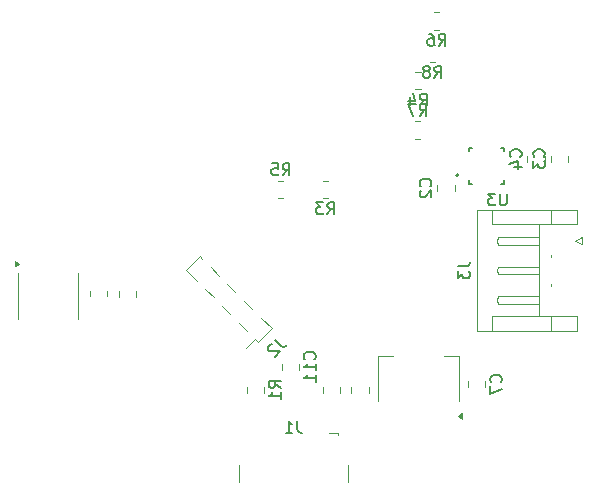
<source format=gbr>
%TF.GenerationSoftware,KiCad,Pcbnew,8.99.0-3406-g49ffbf5b50*%
%TF.CreationDate,2025-01-20T10:30:06+05:30*%
%TF.ProjectId,knob,6b6e6f62-2e6b-4696-9361-645f70636258,rev?*%
%TF.SameCoordinates,Original*%
%TF.FileFunction,Legend,Bot*%
%TF.FilePolarity,Positive*%
%FSLAX46Y46*%
G04 Gerber Fmt 4.6, Leading zero omitted, Abs format (unit mm)*
G04 Created by KiCad (PCBNEW 8.99.0-3406-g49ffbf5b50) date 2025-01-20 10:30:06*
%MOMM*%
%LPD*%
G01*
G04 APERTURE LIST*
%ADD10C,0.150000*%
%ADD11C,0.120000*%
%ADD12C,0.127000*%
%ADD13C,0.200000*%
G04 APERTURE END LIST*
D10*
X102866666Y-98024819D02*
X103199999Y-97548628D01*
X103438094Y-98024819D02*
X103438094Y-97024819D01*
X103438094Y-97024819D02*
X103057142Y-97024819D01*
X103057142Y-97024819D02*
X102961904Y-97072438D01*
X102961904Y-97072438D02*
X102914285Y-97120057D01*
X102914285Y-97120057D02*
X102866666Y-97215295D01*
X102866666Y-97215295D02*
X102866666Y-97358152D01*
X102866666Y-97358152D02*
X102914285Y-97453390D01*
X102914285Y-97453390D02*
X102961904Y-97501009D01*
X102961904Y-97501009D02*
X103057142Y-97548628D01*
X103057142Y-97548628D02*
X103438094Y-97548628D01*
X102533332Y-97024819D02*
X101914285Y-97024819D01*
X101914285Y-97024819D02*
X102247618Y-97405771D01*
X102247618Y-97405771D02*
X102104761Y-97405771D01*
X102104761Y-97405771D02*
X102009523Y-97453390D01*
X102009523Y-97453390D02*
X101961904Y-97501009D01*
X101961904Y-97501009D02*
X101914285Y-97596247D01*
X101914285Y-97596247D02*
X101914285Y-97834342D01*
X101914285Y-97834342D02*
X101961904Y-97929580D01*
X101961904Y-97929580D02*
X102009523Y-97977200D01*
X102009523Y-97977200D02*
X102104761Y-98024819D01*
X102104761Y-98024819D02*
X102390475Y-98024819D01*
X102390475Y-98024819D02*
X102485713Y-97977200D01*
X102485713Y-97977200D02*
X102533332Y-97929580D01*
X98894819Y-112733333D02*
X98418628Y-112400000D01*
X98894819Y-112161905D02*
X97894819Y-112161905D01*
X97894819Y-112161905D02*
X97894819Y-112542857D01*
X97894819Y-112542857D02*
X97942438Y-112638095D01*
X97942438Y-112638095D02*
X97990057Y-112685714D01*
X97990057Y-112685714D02*
X98085295Y-112733333D01*
X98085295Y-112733333D02*
X98228152Y-112733333D01*
X98228152Y-112733333D02*
X98323390Y-112685714D01*
X98323390Y-112685714D02*
X98371009Y-112638095D01*
X98371009Y-112638095D02*
X98418628Y-112542857D01*
X98418628Y-112542857D02*
X98418628Y-112161905D01*
X98894819Y-113685714D02*
X98894819Y-113114286D01*
X98894819Y-113400000D02*
X97894819Y-113400000D01*
X97894819Y-113400000D02*
X98037676Y-113304762D01*
X98037676Y-113304762D02*
X98132914Y-113209524D01*
X98132914Y-113209524D02*
X98180533Y-113114286D01*
X121189580Y-93153333D02*
X121237200Y-93105714D01*
X121237200Y-93105714D02*
X121284819Y-92962857D01*
X121284819Y-92962857D02*
X121284819Y-92867619D01*
X121284819Y-92867619D02*
X121237200Y-92724762D01*
X121237200Y-92724762D02*
X121141961Y-92629524D01*
X121141961Y-92629524D02*
X121046723Y-92581905D01*
X121046723Y-92581905D02*
X120856247Y-92534286D01*
X120856247Y-92534286D02*
X120713390Y-92534286D01*
X120713390Y-92534286D02*
X120522914Y-92581905D01*
X120522914Y-92581905D02*
X120427676Y-92629524D01*
X120427676Y-92629524D02*
X120332438Y-92724762D01*
X120332438Y-92724762D02*
X120284819Y-92867619D01*
X120284819Y-92867619D02*
X120284819Y-92962857D01*
X120284819Y-92962857D02*
X120332438Y-93105714D01*
X120332438Y-93105714D02*
X120380057Y-93153333D01*
X120284819Y-93486667D02*
X120284819Y-94105714D01*
X120284819Y-94105714D02*
X120665771Y-93772381D01*
X120665771Y-93772381D02*
X120665771Y-93915238D01*
X120665771Y-93915238D02*
X120713390Y-94010476D01*
X120713390Y-94010476D02*
X120761009Y-94058095D01*
X120761009Y-94058095D02*
X120856247Y-94105714D01*
X120856247Y-94105714D02*
X121094342Y-94105714D01*
X121094342Y-94105714D02*
X121189580Y-94058095D01*
X121189580Y-94058095D02*
X121237200Y-94010476D01*
X121237200Y-94010476D02*
X121284819Y-93915238D01*
X121284819Y-93915238D02*
X121284819Y-93629524D01*
X121284819Y-93629524D02*
X121237200Y-93534286D01*
X121237200Y-93534286D02*
X121189580Y-93486667D01*
X113907319Y-102446666D02*
X114621604Y-102446666D01*
X114621604Y-102446666D02*
X114764461Y-102399047D01*
X114764461Y-102399047D02*
X114859700Y-102303809D01*
X114859700Y-102303809D02*
X114907319Y-102160952D01*
X114907319Y-102160952D02*
X114907319Y-102065714D01*
X113907319Y-102827619D02*
X113907319Y-103446666D01*
X113907319Y-103446666D02*
X114288271Y-103113333D01*
X114288271Y-103113333D02*
X114288271Y-103256190D01*
X114288271Y-103256190D02*
X114335890Y-103351428D01*
X114335890Y-103351428D02*
X114383509Y-103399047D01*
X114383509Y-103399047D02*
X114478747Y-103446666D01*
X114478747Y-103446666D02*
X114716842Y-103446666D01*
X114716842Y-103446666D02*
X114812080Y-103399047D01*
X114812080Y-103399047D02*
X114859700Y-103351428D01*
X114859700Y-103351428D02*
X114907319Y-103256190D01*
X114907319Y-103256190D02*
X114907319Y-102970476D01*
X114907319Y-102970476D02*
X114859700Y-102875238D01*
X114859700Y-102875238D02*
X114812080Y-102827619D01*
X99076666Y-94724819D02*
X99409999Y-94248628D01*
X99648094Y-94724819D02*
X99648094Y-93724819D01*
X99648094Y-93724819D02*
X99267142Y-93724819D01*
X99267142Y-93724819D02*
X99171904Y-93772438D01*
X99171904Y-93772438D02*
X99124285Y-93820057D01*
X99124285Y-93820057D02*
X99076666Y-93915295D01*
X99076666Y-93915295D02*
X99076666Y-94058152D01*
X99076666Y-94058152D02*
X99124285Y-94153390D01*
X99124285Y-94153390D02*
X99171904Y-94201009D01*
X99171904Y-94201009D02*
X99267142Y-94248628D01*
X99267142Y-94248628D02*
X99648094Y-94248628D01*
X98171904Y-93724819D02*
X98648094Y-93724819D01*
X98648094Y-93724819D02*
X98695713Y-94201009D01*
X98695713Y-94201009D02*
X98648094Y-94153390D01*
X98648094Y-94153390D02*
X98552856Y-94105771D01*
X98552856Y-94105771D02*
X98314761Y-94105771D01*
X98314761Y-94105771D02*
X98219523Y-94153390D01*
X98219523Y-94153390D02*
X98171904Y-94201009D01*
X98171904Y-94201009D02*
X98124285Y-94296247D01*
X98124285Y-94296247D02*
X98124285Y-94534342D01*
X98124285Y-94534342D02*
X98171904Y-94629580D01*
X98171904Y-94629580D02*
X98219523Y-94677200D01*
X98219523Y-94677200D02*
X98314761Y-94724819D01*
X98314761Y-94724819D02*
X98552856Y-94724819D01*
X98552856Y-94724819D02*
X98648094Y-94677200D01*
X98648094Y-94677200D02*
X98695713Y-94629580D01*
X98429048Y-108658784D02*
X98934124Y-109163860D01*
X98934124Y-109163860D02*
X99068811Y-109231204D01*
X99068811Y-109231204D02*
X99203498Y-109231204D01*
X99203498Y-109231204D02*
X99338185Y-109163860D01*
X99338185Y-109163860D02*
X99405529Y-109096517D01*
X98193345Y-109029173D02*
X98126002Y-109029173D01*
X98126002Y-109029173D02*
X98024987Y-109062845D01*
X98024987Y-109062845D02*
X97856628Y-109231204D01*
X97856628Y-109231204D02*
X97822956Y-109332219D01*
X97822956Y-109332219D02*
X97822956Y-109399563D01*
X97822956Y-109399563D02*
X97856628Y-109500578D01*
X97856628Y-109500578D02*
X97923971Y-109567921D01*
X97923971Y-109567921D02*
X98058658Y-109635265D01*
X98058658Y-109635265D02*
X98866780Y-109635265D01*
X98866780Y-109635265D02*
X98429048Y-110072998D01*
X100333333Y-115529819D02*
X100333333Y-116244104D01*
X100333333Y-116244104D02*
X100380952Y-116386961D01*
X100380952Y-116386961D02*
X100476190Y-116482200D01*
X100476190Y-116482200D02*
X100619047Y-116529819D01*
X100619047Y-116529819D02*
X100714285Y-116529819D01*
X99333333Y-116529819D02*
X99904761Y-116529819D01*
X99619047Y-116529819D02*
X99619047Y-115529819D01*
X99619047Y-115529819D02*
X99714285Y-115672676D01*
X99714285Y-115672676D02*
X99809523Y-115767914D01*
X99809523Y-115767914D02*
X99904761Y-115815533D01*
X110696666Y-88804819D02*
X111029999Y-88328628D01*
X111268094Y-88804819D02*
X111268094Y-87804819D01*
X111268094Y-87804819D02*
X110887142Y-87804819D01*
X110887142Y-87804819D02*
X110791904Y-87852438D01*
X110791904Y-87852438D02*
X110744285Y-87900057D01*
X110744285Y-87900057D02*
X110696666Y-87995295D01*
X110696666Y-87995295D02*
X110696666Y-88138152D01*
X110696666Y-88138152D02*
X110744285Y-88233390D01*
X110744285Y-88233390D02*
X110791904Y-88281009D01*
X110791904Y-88281009D02*
X110887142Y-88328628D01*
X110887142Y-88328628D02*
X111268094Y-88328628D01*
X109839523Y-88138152D02*
X109839523Y-88804819D01*
X110077618Y-87757200D02*
X110315713Y-88471485D01*
X110315713Y-88471485D02*
X109696666Y-88471485D01*
X112286666Y-83754819D02*
X112619999Y-83278628D01*
X112858094Y-83754819D02*
X112858094Y-82754819D01*
X112858094Y-82754819D02*
X112477142Y-82754819D01*
X112477142Y-82754819D02*
X112381904Y-82802438D01*
X112381904Y-82802438D02*
X112334285Y-82850057D01*
X112334285Y-82850057D02*
X112286666Y-82945295D01*
X112286666Y-82945295D02*
X112286666Y-83088152D01*
X112286666Y-83088152D02*
X112334285Y-83183390D01*
X112334285Y-83183390D02*
X112381904Y-83231009D01*
X112381904Y-83231009D02*
X112477142Y-83278628D01*
X112477142Y-83278628D02*
X112858094Y-83278628D01*
X111429523Y-82754819D02*
X111619999Y-82754819D01*
X111619999Y-82754819D02*
X111715237Y-82802438D01*
X111715237Y-82802438D02*
X111762856Y-82850057D01*
X111762856Y-82850057D02*
X111858094Y-82992914D01*
X111858094Y-82992914D02*
X111905713Y-83183390D01*
X111905713Y-83183390D02*
X111905713Y-83564342D01*
X111905713Y-83564342D02*
X111858094Y-83659580D01*
X111858094Y-83659580D02*
X111810475Y-83707200D01*
X111810475Y-83707200D02*
X111715237Y-83754819D01*
X111715237Y-83754819D02*
X111524761Y-83754819D01*
X111524761Y-83754819D02*
X111429523Y-83707200D01*
X111429523Y-83707200D02*
X111381904Y-83659580D01*
X111381904Y-83659580D02*
X111334285Y-83564342D01*
X111334285Y-83564342D02*
X111334285Y-83326247D01*
X111334285Y-83326247D02*
X111381904Y-83231009D01*
X111381904Y-83231009D02*
X111429523Y-83183390D01*
X111429523Y-83183390D02*
X111524761Y-83135771D01*
X111524761Y-83135771D02*
X111715237Y-83135771D01*
X111715237Y-83135771D02*
X111810475Y-83183390D01*
X111810475Y-83183390D02*
X111858094Y-83231009D01*
X111858094Y-83231009D02*
X111905713Y-83326247D01*
X117549580Y-112243333D02*
X117597200Y-112195714D01*
X117597200Y-112195714D02*
X117644819Y-112052857D01*
X117644819Y-112052857D02*
X117644819Y-111957619D01*
X117644819Y-111957619D02*
X117597200Y-111814762D01*
X117597200Y-111814762D02*
X117501961Y-111719524D01*
X117501961Y-111719524D02*
X117406723Y-111671905D01*
X117406723Y-111671905D02*
X117216247Y-111624286D01*
X117216247Y-111624286D02*
X117073390Y-111624286D01*
X117073390Y-111624286D02*
X116882914Y-111671905D01*
X116882914Y-111671905D02*
X116787676Y-111719524D01*
X116787676Y-111719524D02*
X116692438Y-111814762D01*
X116692438Y-111814762D02*
X116644819Y-111957619D01*
X116644819Y-111957619D02*
X116644819Y-112052857D01*
X116644819Y-112052857D02*
X116692438Y-112195714D01*
X116692438Y-112195714D02*
X116740057Y-112243333D01*
X116644819Y-112576667D02*
X116644819Y-113243333D01*
X116644819Y-113243333D02*
X117644819Y-112814762D01*
X119209580Y-93163333D02*
X119257200Y-93115714D01*
X119257200Y-93115714D02*
X119304819Y-92972857D01*
X119304819Y-92972857D02*
X119304819Y-92877619D01*
X119304819Y-92877619D02*
X119257200Y-92734762D01*
X119257200Y-92734762D02*
X119161961Y-92639524D01*
X119161961Y-92639524D02*
X119066723Y-92591905D01*
X119066723Y-92591905D02*
X118876247Y-92544286D01*
X118876247Y-92544286D02*
X118733390Y-92544286D01*
X118733390Y-92544286D02*
X118542914Y-92591905D01*
X118542914Y-92591905D02*
X118447676Y-92639524D01*
X118447676Y-92639524D02*
X118352438Y-92734762D01*
X118352438Y-92734762D02*
X118304819Y-92877619D01*
X118304819Y-92877619D02*
X118304819Y-92972857D01*
X118304819Y-92972857D02*
X118352438Y-93115714D01*
X118352438Y-93115714D02*
X118400057Y-93163333D01*
X118638152Y-94020476D02*
X119304819Y-94020476D01*
X118257200Y-93782381D02*
X118971485Y-93544286D01*
X118971485Y-93544286D02*
X118971485Y-94163333D01*
X111579580Y-95643333D02*
X111627200Y-95595714D01*
X111627200Y-95595714D02*
X111674819Y-95452857D01*
X111674819Y-95452857D02*
X111674819Y-95357619D01*
X111674819Y-95357619D02*
X111627200Y-95214762D01*
X111627200Y-95214762D02*
X111531961Y-95119524D01*
X111531961Y-95119524D02*
X111436723Y-95071905D01*
X111436723Y-95071905D02*
X111246247Y-95024286D01*
X111246247Y-95024286D02*
X111103390Y-95024286D01*
X111103390Y-95024286D02*
X110912914Y-95071905D01*
X110912914Y-95071905D02*
X110817676Y-95119524D01*
X110817676Y-95119524D02*
X110722438Y-95214762D01*
X110722438Y-95214762D02*
X110674819Y-95357619D01*
X110674819Y-95357619D02*
X110674819Y-95452857D01*
X110674819Y-95452857D02*
X110722438Y-95595714D01*
X110722438Y-95595714D02*
X110770057Y-95643333D01*
X110770057Y-96024286D02*
X110722438Y-96071905D01*
X110722438Y-96071905D02*
X110674819Y-96167143D01*
X110674819Y-96167143D02*
X110674819Y-96405238D01*
X110674819Y-96405238D02*
X110722438Y-96500476D01*
X110722438Y-96500476D02*
X110770057Y-96548095D01*
X110770057Y-96548095D02*
X110865295Y-96595714D01*
X110865295Y-96595714D02*
X110960533Y-96595714D01*
X110960533Y-96595714D02*
X111103390Y-96548095D01*
X111103390Y-96548095D02*
X111674819Y-95976667D01*
X111674819Y-95976667D02*
X111674819Y-96595714D01*
X101769580Y-110297142D02*
X101817200Y-110249523D01*
X101817200Y-110249523D02*
X101864819Y-110106666D01*
X101864819Y-110106666D02*
X101864819Y-110011428D01*
X101864819Y-110011428D02*
X101817200Y-109868571D01*
X101817200Y-109868571D02*
X101721961Y-109773333D01*
X101721961Y-109773333D02*
X101626723Y-109725714D01*
X101626723Y-109725714D02*
X101436247Y-109678095D01*
X101436247Y-109678095D02*
X101293390Y-109678095D01*
X101293390Y-109678095D02*
X101102914Y-109725714D01*
X101102914Y-109725714D02*
X101007676Y-109773333D01*
X101007676Y-109773333D02*
X100912438Y-109868571D01*
X100912438Y-109868571D02*
X100864819Y-110011428D01*
X100864819Y-110011428D02*
X100864819Y-110106666D01*
X100864819Y-110106666D02*
X100912438Y-110249523D01*
X100912438Y-110249523D02*
X100960057Y-110297142D01*
X101864819Y-111249523D02*
X101864819Y-110678095D01*
X101864819Y-110963809D02*
X100864819Y-110963809D01*
X100864819Y-110963809D02*
X101007676Y-110868571D01*
X101007676Y-110868571D02*
X101102914Y-110773333D01*
X101102914Y-110773333D02*
X101150533Y-110678095D01*
X101864819Y-112201904D02*
X101864819Y-111630476D01*
X101864819Y-111916190D02*
X100864819Y-111916190D01*
X100864819Y-111916190D02*
X101007676Y-111820952D01*
X101007676Y-111820952D02*
X101102914Y-111725714D01*
X101102914Y-111725714D02*
X101150533Y-111630476D01*
X110676666Y-89684819D02*
X111009999Y-89208628D01*
X111248094Y-89684819D02*
X111248094Y-88684819D01*
X111248094Y-88684819D02*
X110867142Y-88684819D01*
X110867142Y-88684819D02*
X110771904Y-88732438D01*
X110771904Y-88732438D02*
X110724285Y-88780057D01*
X110724285Y-88780057D02*
X110676666Y-88875295D01*
X110676666Y-88875295D02*
X110676666Y-89018152D01*
X110676666Y-89018152D02*
X110724285Y-89113390D01*
X110724285Y-89113390D02*
X110771904Y-89161009D01*
X110771904Y-89161009D02*
X110867142Y-89208628D01*
X110867142Y-89208628D02*
X111248094Y-89208628D01*
X110343332Y-88684819D02*
X109676666Y-88684819D01*
X109676666Y-88684819D02*
X110105237Y-89684819D01*
X118036904Y-96269819D02*
X118036904Y-97079342D01*
X118036904Y-97079342D02*
X117989285Y-97174580D01*
X117989285Y-97174580D02*
X117941666Y-97222200D01*
X117941666Y-97222200D02*
X117846428Y-97269819D01*
X117846428Y-97269819D02*
X117655952Y-97269819D01*
X117655952Y-97269819D02*
X117560714Y-97222200D01*
X117560714Y-97222200D02*
X117513095Y-97174580D01*
X117513095Y-97174580D02*
X117465476Y-97079342D01*
X117465476Y-97079342D02*
X117465476Y-96269819D01*
X117084523Y-96269819D02*
X116465476Y-96269819D01*
X116465476Y-96269819D02*
X116798809Y-96650771D01*
X116798809Y-96650771D02*
X116655952Y-96650771D01*
X116655952Y-96650771D02*
X116560714Y-96698390D01*
X116560714Y-96698390D02*
X116513095Y-96746009D01*
X116513095Y-96746009D02*
X116465476Y-96841247D01*
X116465476Y-96841247D02*
X116465476Y-97079342D01*
X116465476Y-97079342D02*
X116513095Y-97174580D01*
X116513095Y-97174580D02*
X116560714Y-97222200D01*
X116560714Y-97222200D02*
X116655952Y-97269819D01*
X116655952Y-97269819D02*
X116941666Y-97269819D01*
X116941666Y-97269819D02*
X117036904Y-97222200D01*
X117036904Y-97222200D02*
X117084523Y-97174580D01*
X111926666Y-86494819D02*
X112259999Y-86018628D01*
X112498094Y-86494819D02*
X112498094Y-85494819D01*
X112498094Y-85494819D02*
X112117142Y-85494819D01*
X112117142Y-85494819D02*
X112021904Y-85542438D01*
X112021904Y-85542438D02*
X111974285Y-85590057D01*
X111974285Y-85590057D02*
X111926666Y-85685295D01*
X111926666Y-85685295D02*
X111926666Y-85828152D01*
X111926666Y-85828152D02*
X111974285Y-85923390D01*
X111974285Y-85923390D02*
X112021904Y-85971009D01*
X112021904Y-85971009D02*
X112117142Y-86018628D01*
X112117142Y-86018628D02*
X112498094Y-86018628D01*
X111355237Y-85923390D02*
X111450475Y-85875771D01*
X111450475Y-85875771D02*
X111498094Y-85828152D01*
X111498094Y-85828152D02*
X111545713Y-85732914D01*
X111545713Y-85732914D02*
X111545713Y-85685295D01*
X111545713Y-85685295D02*
X111498094Y-85590057D01*
X111498094Y-85590057D02*
X111450475Y-85542438D01*
X111450475Y-85542438D02*
X111355237Y-85494819D01*
X111355237Y-85494819D02*
X111164761Y-85494819D01*
X111164761Y-85494819D02*
X111069523Y-85542438D01*
X111069523Y-85542438D02*
X111021904Y-85590057D01*
X111021904Y-85590057D02*
X110974285Y-85685295D01*
X110974285Y-85685295D02*
X110974285Y-85732914D01*
X110974285Y-85732914D02*
X111021904Y-85828152D01*
X111021904Y-85828152D02*
X111069523Y-85875771D01*
X111069523Y-85875771D02*
X111164761Y-85923390D01*
X111164761Y-85923390D02*
X111355237Y-85923390D01*
X111355237Y-85923390D02*
X111450475Y-85971009D01*
X111450475Y-85971009D02*
X111498094Y-86018628D01*
X111498094Y-86018628D02*
X111545713Y-86113866D01*
X111545713Y-86113866D02*
X111545713Y-86304342D01*
X111545713Y-86304342D02*
X111498094Y-86399580D01*
X111498094Y-86399580D02*
X111450475Y-86447200D01*
X111450475Y-86447200D02*
X111355237Y-86494819D01*
X111355237Y-86494819D02*
X111164761Y-86494819D01*
X111164761Y-86494819D02*
X111069523Y-86447200D01*
X111069523Y-86447200D02*
X111021904Y-86399580D01*
X111021904Y-86399580D02*
X110974285Y-86304342D01*
X110974285Y-86304342D02*
X110974285Y-86113866D01*
X110974285Y-86113866D02*
X111021904Y-86018628D01*
X111021904Y-86018628D02*
X111069523Y-85971009D01*
X111069523Y-85971009D02*
X111164761Y-85923390D01*
D11*
%TO.C,C6*%
X104895000Y-112628748D02*
X104895000Y-113151252D01*
X106365000Y-112628748D02*
X106365000Y-113151252D01*
%TO.C,R3*%
X102472936Y-95185000D02*
X102927064Y-95185000D01*
X102472936Y-96655000D02*
X102927064Y-96655000D01*
%TO.C,R1*%
X96055000Y-113127064D02*
X96055000Y-112672936D01*
X97525000Y-113127064D02*
X97525000Y-112672936D01*
%TO.C,C3*%
X121775000Y-93058748D02*
X121775000Y-93581252D01*
X123245000Y-93058748D02*
X123245000Y-93581252D01*
%TO.C,J3*%
X115542500Y-97670000D02*
X115542500Y-107890000D01*
X115542500Y-107890000D02*
X123962500Y-107890000D01*
X116762500Y-97670000D02*
X116762500Y-98890000D01*
X116762500Y-98890000D02*
X121762500Y-98890000D01*
X116762500Y-106670000D02*
X121762500Y-106670000D01*
X116762500Y-107890000D02*
X116762500Y-106670000D01*
X117262500Y-100280000D02*
X117342500Y-100600000D01*
X117262500Y-102780000D02*
X117342500Y-103100000D01*
X117262500Y-105280000D02*
X117342500Y-105600000D01*
X117342500Y-99960000D02*
X117262500Y-100280000D01*
X117342500Y-100600000D02*
X120762500Y-100600000D01*
X117342500Y-102460000D02*
X117262500Y-102780000D01*
X117342500Y-103100000D02*
X120762500Y-103100000D01*
X117342500Y-104960000D02*
X117262500Y-105280000D01*
X117342500Y-105600000D02*
X120762500Y-105600000D01*
X120762500Y-98890000D02*
X120762500Y-106670000D01*
X120762500Y-99960000D02*
X117342500Y-99960000D01*
X120762500Y-100280000D02*
X120762500Y-99960000D01*
X120762500Y-100600000D02*
X120762500Y-100280000D01*
X120762500Y-102460000D02*
X117342500Y-102460000D01*
X120762500Y-102780000D02*
X120762500Y-102460000D01*
X120762500Y-103100000D02*
X120762500Y-102780000D01*
X120762500Y-104960000D02*
X117342500Y-104960000D01*
X120762500Y-105280000D02*
X120762500Y-104960000D01*
X120762500Y-105600000D02*
X120762500Y-105280000D01*
X121762500Y-98890000D02*
X121762500Y-97670000D01*
X121762500Y-98890000D02*
X123962500Y-98890000D01*
X121762500Y-101450000D02*
X121762500Y-101610000D01*
X121762500Y-103950000D02*
X121762500Y-104110000D01*
X121762500Y-106670000D02*
X121762500Y-107890000D01*
X123852500Y-100280000D02*
X124452500Y-99980000D01*
X123962500Y-97670000D02*
X115542500Y-97670000D01*
X123962500Y-98890000D02*
X123962500Y-97670000D01*
X123962500Y-106670000D02*
X121762500Y-106670000D01*
X123962500Y-107890000D02*
X123962500Y-106670000D01*
X124452500Y-99980000D02*
X124452500Y-100580000D01*
X124452500Y-100580000D02*
X123852500Y-100280000D01*
%TO.C,R5*%
X99137064Y-95185000D02*
X98682936Y-95185000D01*
X99137064Y-96655000D02*
X98682936Y-96655000D01*
%TO.C,R10*%
X85215000Y-104552936D02*
X85215000Y-105007064D01*
X86685000Y-104552936D02*
X86685000Y-105007064D01*
%TO.C,J2*%
X90892596Y-102739250D02*
X92038109Y-101593737D01*
X91811835Y-103658489D02*
X90892596Y-102739250D01*
X92250241Y-101805869D02*
X92038109Y-101593737D01*
X93226049Y-105072703D02*
X92533084Y-104379738D01*
X93664455Y-103220083D02*
X92971490Y-102527118D01*
X94640262Y-106486916D02*
X93947298Y-105793952D01*
X95078668Y-104634296D02*
X94385704Y-103941332D01*
X96012049Y-109386054D02*
X96775725Y-108622379D01*
X96054476Y-107901130D02*
X95361511Y-107208165D01*
X96492882Y-106048510D02*
X95799917Y-105355545D01*
X96987857Y-108834511D02*
X96775725Y-108622379D01*
X96987857Y-108834511D02*
X98133370Y-107688998D01*
X98133370Y-107688998D02*
X97214131Y-106769759D01*
%TO.C,Q1*%
X76645000Y-104910000D02*
X76645000Y-102960000D01*
X76645000Y-104910000D02*
X76645000Y-106860000D01*
X81765000Y-104910000D02*
X81765000Y-102960000D01*
X81765000Y-104910000D02*
X81765000Y-106860000D01*
X76740000Y-102210000D02*
X76410000Y-102450000D01*
X76410000Y-101970000D01*
X76740000Y-102210000D01*
G36*
X76740000Y-102210000D02*
G01*
X76410000Y-102450000D01*
X76410000Y-101970000D01*
X76740000Y-102210000D01*
G37*
%TO.C,J1*%
X95420000Y-120655000D02*
X95420000Y-119245000D01*
X102960000Y-116575000D02*
X103760000Y-116575000D01*
X103760000Y-116575000D02*
X103760000Y-116725000D01*
X104580000Y-120655000D02*
X104580000Y-119245000D01*
%TO.C,R4*%
X110302936Y-85965000D02*
X110757064Y-85965000D01*
X110302936Y-87435000D02*
X110757064Y-87435000D01*
%TO.C,R9*%
X82775000Y-104492936D02*
X82775000Y-104947064D01*
X84245000Y-104492936D02*
X84245000Y-104947064D01*
%TO.C,R6*%
X111892936Y-80915000D02*
X112347064Y-80915000D01*
X111892936Y-82385000D02*
X112347064Y-82385000D01*
%TO.C,C7*%
X114775000Y-112671252D02*
X114775000Y-112148748D01*
X116245000Y-112671252D02*
X116245000Y-112148748D01*
%TO.C,C4*%
X119795000Y-93068748D02*
X119795000Y-93591252D01*
X121265000Y-93068748D02*
X121265000Y-93591252D01*
%TO.C,C2*%
X112165000Y-95548748D02*
X112165000Y-96071252D01*
X113635000Y-95548748D02*
X113635000Y-96071252D01*
%TO.C,C11*%
X98995000Y-111201252D02*
X98995000Y-110678748D01*
X100465000Y-111201252D02*
X100465000Y-110678748D01*
%TO.C,R2*%
X102455000Y-113127064D02*
X102455000Y-112672936D01*
X103925000Y-113127064D02*
X103925000Y-112672936D01*
%TO.C,R7*%
X110737064Y-90145000D02*
X110282936Y-90145000D01*
X110737064Y-91615000D02*
X110282936Y-91615000D01*
D12*
%TO.C,U3*%
X114850000Y-92430000D02*
X114850000Y-92700000D01*
X114850000Y-92430000D02*
X115120000Y-92430000D01*
X114850000Y-95430000D02*
X114850000Y-95160000D01*
X114850000Y-95430000D02*
X115120000Y-95430000D01*
X117850000Y-92430000D02*
X117580000Y-92430000D01*
X117850000Y-92430000D02*
X117850000Y-92700000D01*
X117850000Y-95430000D02*
X117580000Y-95430000D01*
X117850000Y-95430000D02*
X117850000Y-95160000D01*
D13*
X113950000Y-94730000D02*
G75*
G02*
X113750000Y-94730000I-100000J0D01*
G01*
X113750000Y-94730000D02*
G75*
G02*
X113950000Y-94730000I100000J0D01*
G01*
D11*
%TO.C,U6*%
X107172500Y-110060000D02*
X108432500Y-110060000D01*
X107172500Y-113820000D02*
X107172500Y-110060000D01*
X113992500Y-110060000D02*
X112732500Y-110060000D01*
X113992500Y-113820000D02*
X113992500Y-110060000D01*
X114222500Y-115340000D02*
X113892500Y-115100000D01*
X114222500Y-114860000D01*
X114222500Y-115340000D01*
G36*
X114222500Y-115340000D02*
G01*
X113892500Y-115100000D01*
X114222500Y-114860000D01*
X114222500Y-115340000D01*
G37*
%TO.C,R8*%
X111532936Y-83655000D02*
X111987064Y-83655000D01*
X111532936Y-85125000D02*
X111987064Y-85125000D01*
%TD*%
M02*

</source>
